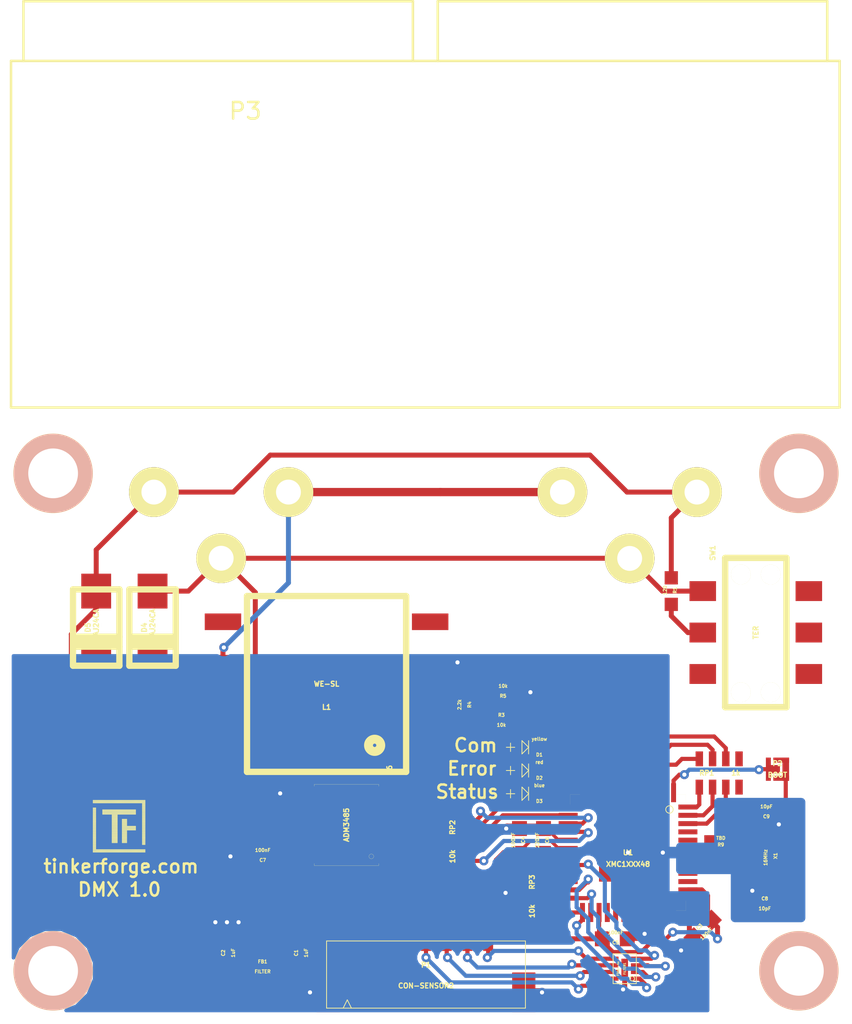
<source format=kicad_pcb>
(kicad_pcb (version 4) (host pcbnew 4.0.2+dfsg1-stable)
  (title_block (title "DMX Bricklet") (date 2017-02-17) (rev 1.0) (company "Tinkerforge GmbH") (comment 1 "Licensed under CERN OHL v.1.1") (comment 2 "Copyright (©) 2016, L.Lauer <lukas.lauer@fh-bielefeld.de>"))
  (layers (0 Vorderseite signal) (31 Rückseite signal) (34 B.Paste user) (35 F.Paste user) (36 B.SilkS user) (37 F.SilkS user) (38 B.Mask user) (39 F.Mask user) (44 Edge.Cuts user))
  (net 0 "")
  (net 1 GND)
  (net 2 VCC)
  (net 3 "Net-(C1-Pad2)")
  (net 4 "Net-(C8-Pad1)")
  (net 5 "Net-(D1-Pad2)")
  (net 6 "Net-(D2-Pad2)")
  (net 7 "Net-(D3-Pad2)")
  (net 8 S-MISO)
  (net 9 S-MOSI)
  (net 10 S-CLK)
  (net 11 S-CS)
  (net 12 "Net-(P2-Pad2)")
  (net 13 "Net-(RP1-Pad5)")
  (net 14 "Net-(RP1-Pad6)")
  (net 15 "Net-(RP1-Pad7)")
  (net 16 "Net-(R1-Pad1)")
  (net 17 "Net-(D4-Pad1)")
  (net 18 "Net-(D5-Pad1)")
  (net 19 485-DE)
  (net 20 "Net-(RP2-Pad5)")
  (net 21 "Net-(RP2-Pad6)")
  (net 22 "Net-(RP2-Pad7)")
  (net 23 "Net-(RP2-Pad8)")
  (net 24 "Net-(C9-Pad1)")
  (net 25 "Net-(R9-Pad1)")
  (net 26 "Net-(FILTER1-Pad5)")
  (net 27 "Net-(FILTER1-Pad6)")
  (net 28 "Net-(FILTER1-Pad7)")
  (net 29 "Net-(FILTER1-Pad8)")
  (net 30 "Net-(D4-Pad2)")
  (net 31 "Net-(L1-Pad1)")
  (net 32 "Net-(L1-Pad2)")
  (net 33 "Net-(P1-Pad1)")
  (net 34 "Net-(RP1-Pad1)")
  (net 35 "Net-(RP1-Pad8)")
  (net 36 485-RX)
  (net 37 485-~RE)
  (net 38 485-TX)
  (net 39 "Net-(RP3-Pad4)")
  (net 40 "Net-(SW1-Pad6)")
  (net 41 "Net-(SW1-Pad5)")
  (net 42 "Net-(SW1-Pad4)")
  (net 43 "Net-(SW1-Pad3)")
  (net 44 "Net-(U1-Pad2)")
  (net 45 "Net-(U1-Pad3)")
  (net 46 "Net-(U1-Pad4)")
  (net 47 "Net-(U1-Pad5)")
  (net 48 "Net-(U1-Pad6)")
  (net 49 "Net-(U1-Pad7)")
  (net 50 "Net-(U1-Pad8)")
  (net 51 "Net-(U1-Pad9)")
  (net 52 "Net-(U1-Pad10)")
  (net 53 "Net-(U1-Pad11)")
  (net 54 "Net-(U1-Pad12)")
  (net 55 "Net-(U1-Pad21)")
  (net 56 "Net-(U1-Pad22)")
  (net 57 "Net-(U1-Pad26)")
  (net 58 "Net-(U1-Pad28)")
  (net 59 "Net-(U1-Pad29)")
  (net 60 "Net-(U1-Pad30)")
  (net 61 "Net-(U1-Pad31)")
  (net 62 "Net-(U1-Pad32)")
  (net 63 "Net-(U1-Pad33)")
  (net 64 "Net-(U1-Pad34)")
  (net 65 "Net-(U1-Pad35)")
  (net 66 "Net-(U1-Pad36)")
  (net 67 "Net-(U1-Pad39)")
  (net 68 "Net-(U1-Pad40)")
  (net 69 "Net-(U1-Pad43)")
  (net 70 "Net-(U1-Pad44)")
  (net 71 "Net-(U1-Pad45)")
  (module DMX_IN_OUT_2x3POL (layer Vorderseite) (at 148.11 73.23 180)
    (fp_text reference P3 (at 10.9 6.55 180) (layer F.SilkS))
    (fp_text value DMXCON_2x3)
    (pad 5 thru_hole circle (at -16.35 -16.43 180) (size 3 3) (drill 1.5) (layers *.Cu *.Mask F.SilkS) (net 18 "Net-(D5-Pad1)"))
    (pad 6 thru_hole circle (at -12.29 -20.43 180) (size 3 3) (drill 1.5) (layers *.Cu *.Mask F.SilkS) (net 17 "Net-(D4-Pad1)"))
    (pad 4 thru_hole circle (at -8.23 -16.43 180) (size 3 3) (drill 1.5) (layers *.Cu *.Mask F.SilkS) (net 30 "Net-(D4-Pad2)"))
    (pad 3 thru_hole circle (at 12.36 -20.42 180) (size 3 3) (drill 1.5) (layers *.Cu *.Mask F.SilkS) (net 17 "Net-(D4-Pad1)"))
    (pad 1 thru_hole circle (at 8.3 -16.43 180) (size 3 3) (drill 1.5) (layers *.Cu *.Mask F.SilkS) (net 30 "Net-(D4-Pad2)"))
    (pad 2 thru_hole circle (at 16.42 -16.43 180) (size 3 3) (drill 1.5) (layers *.Cu *.Mask F.SilkS) (net 18 "Net-(D5-Pad1)"))
  )
  (module WE-SL (layer Vorderseite) (at 142.11 101.23 180)
    (fp_text reference L1 (at 0 -1.39954 180) (layer F.SilkS) (effects (font (size 0.29972 0.29972) (thickness 0.0762))))
    (fp_text value WE-SL (at 0 0 180) (layer F.SilkS) (effects (font (size 0.29972 0.29972) (thickness 0.0762))))
    (pad 1 smd rect (at -6.25094 -3.74904 180) (size 2.19964 1.00076) (layers Vorderseite F.Paste F.Mask) (net 31 "Net-(L1-Pad1)"))
    (pad 2 smd rect (at -6.25094 -1.24968 180) (size 2.19964 1.00076) (layers Vorderseite F.Paste F.Mask) (net 32 "Net-(L1-Pad2)"))
    (pad 3 smd rect (at -6.25094 1.24968 180) (size 2.19964 1.00076) (layers Vorderseite F.Paste F.Mask) (net 1 GND))
    (pad 4 smd rect (at -6.25094 3.74904 180) (size 2.19964 1.00076) (layers Vorderseite F.Paste F.Mask))
    (pad 5 smd rect (at 6.25094 3.74904 180) (size 2.19964 1.00076) (layers Vorderseite F.Paste F.Mask))
    (pad 6 smd rect (at 6.25094 1.24968 180) (size 2.19964 1.00076) (layers Vorderseite F.Paste F.Mask) (net 30 "Net-(D4-Pad2)"))
    (pad 7 smd rect (at 6.25094 -1.24968 180) (size 2.19964 1.00076) (layers Vorderseite F.Paste F.Mask) (net 17 "Net-(D4-Pad1)"))
    (pad 8 smd rect (at 6.25094 -3.74904 180) (size 2.19964 1.00076) (layers Vorderseite F.Paste F.Mask) (net 18 "Net-(D5-Pad1)"))
  )
  (module DRILL_NP (layer Vorderseite) (at 125.61 88.53 270)
    (fp_text reference U2 hide)
    (fp_text value DRILL hide)
    (pad "" np_thru_hole circle (at 0 0 270) (size 2.99974 2.99974) (drill 2.99974) (layers *.Cu *.Mask F.SilkS) (clearance 0.89916))
  )
  (module DRILL_NP (layer Vorderseite) (at 125.61 118.53 90)
    (fp_text reference U4 hide)
    (fp_text value DRILL hide)
    (pad "" np_thru_hole circle (at 0 0 90) (size 2.99974 2.99974) (drill 2.99974) (layers *.Cu *.Mask F.SilkS) (clearance 0.89916))
  )
  (module DRILL_NP (layer Vorderseite) (at 170.61 88.53)
    (fp_text reference U5 hide)
    (fp_text value DRILL hide)
    (pad "" np_thru_hole circle (at 0 0) (size 2.99974 2.99974) (drill 2.99974) (layers *.Cu *.Mask F.SilkS) (clearance 0.89916))
  )
  (module kicad-libraries:DFN8-17x135 (layer Vorderseite) (at 160.1 118.4 270)
    (fp_text reference FILTER1 (at 0 0 270) (layer F.SilkS) (effects (font (size 0.127 0.127) (thickness 0.03175))))
    (fp_text value Filter-4x (at 0 0.4 270) (layer F.SilkS) (effects (font (size 0.127 0.127) (thickness 0.03175))))
    (pad 1 smd rect (at 0.6 -0.675 270) (size 0.25 0.6) (layers Vorderseite F.Paste F.Mask) (net 11 S-CS))
    (pad 2 smd rect (at 0.2 -0.675 270) (size 0.25 0.6) (layers Vorderseite F.Paste F.Mask) (net 10 S-CLK))
    (pad 3 smd rect (at -0.2 -0.675 270) (size 0.25 0.6) (layers Vorderseite F.Paste F.Mask) (net 9 S-MOSI))
    (pad 4 smd rect (at -0.6 -0.675 270) (size 0.25 0.6) (layers Vorderseite F.Paste F.Mask) (net 8 S-MISO))
    (pad 5 smd rect (at -0.6 0.675 270) (size 0.25 0.6) (layers Vorderseite F.Paste F.Mask) (net 26 "Net-(FILTER1-Pad5)"))
    (pad 6 smd rect (at -0.2 0.675 270) (size 0.25 0.6) (layers Vorderseite F.Paste F.Mask) (net 27 "Net-(FILTER1-Pad6)"))
    (pad 7 smd rect (at 0.2 0.675 270) (size 0.25 0.6) (layers Vorderseite F.Paste F.Mask) (net 28 "Net-(FILTER1-Pad7)"))
    (pad 8 smd rect (at 0.6 0.675 270) (size 0.25 0.6) (layers Vorderseite F.Paste F.Mask) (net 29 "Net-(FILTER1-Pad8)"))
    (pad EXP smd rect (at 0 0 270) (size 1.2 0.4) (layers Vorderseite F.Paste F.Mask) (net 1 GND))
  )
  (module kicad-libraries:SolderJumper (layer Vorderseite) (at 169.317157 106.370711 180)
    (fp_text reference P2 (at 0 0.35 180) (layer F.SilkS) (effects (font (size 0.3 0.3) (thickness 0.0712))))
    (fp_text value BOOT (at 0 -0.35 180) (layer F.SilkS) (effects (font (size 0.3 0.3) (thickness 0.0712))))
    (pad 2 smd rect (at 0.55 0 180) (size 0.3 1.4) (layers Vorderseite F.Mask) (net 12 "Net-(P2-Pad2)"))
    (pad 2 smd rect (at 0.15 0 180) (size 0.6 0.5) (layers Vorderseite F.Mask) (net 12 "Net-(P2-Pad2)"))
    (pad 1 smd rect (at -0.5 0 180) (size 0.4 1.4) (layers Vorderseite F.Mask) (net 1 GND))
    (pad 1 smd rect (at -0.225 0.55 180) (size 0.95 0.3) (layers Vorderseite F.Mask) (net 1 GND))
    (pad 1 smd rect (at -0.225 -0.55 180) (size 0.95 0.3) (layers Vorderseite F.Mask) (net 1 GND))
  )
  (module kicad-libraries:0603X4 (layer Vorderseite) (at 165.8 106.6)
    (fp_text reference RP1 (at -0.75 0) (layer F.SilkS) (effects (font (size 0.29972 0.29972) (thickness 0.0762))))
    (fp_text value 1k (at 1.00076 0) (layer F.SilkS) (effects (font (size 0.29972 0.29972) (thickness 0.0762))))
    (pad 1 smd rect (at 1.19888 -0.8509) (size 0.44958 0.89916) (layers Vorderseite F.Paste F.Mask) (net 34 "Net-(RP1-Pad1)"))
    (pad 2 smd rect (at 0.39878 -0.8509) (size 0.44958 0.89916) (layers Vorderseite F.Paste F.Mask) (net 5 "Net-(D1-Pad2)"))
    (pad 3 smd rect (at -0.39878 -0.8509) (size 0.44958 0.89916) (layers Vorderseite F.Paste F.Mask) (net 6 "Net-(D2-Pad2)"))
    (pad 4 smd rect (at -1.19888 -0.8509) (size 0.44958 0.89916) (layers Vorderseite F.Paste F.Mask) (net 7 "Net-(D3-Pad2)"))
    (pad 5 smd rect (at -1.19888 0.8509) (size 0.44958 0.89916) (layers Vorderseite F.Paste F.Mask) (net 13 "Net-(RP1-Pad5)"))
    (pad 6 smd rect (at -0.39878 0.8509) (size 0.44958 0.89916) (layers Vorderseite F.Paste F.Mask) (net 14 "Net-(RP1-Pad6)"))
    (pad 7 smd rect (at 0.39878 0.8509) (size 0.44958 0.89916) (layers Vorderseite F.Paste F.Mask) (net 15 "Net-(RP1-Pad7)"))
    (pad 8 smd rect (at 1.19888 0.8509) (size 0.44958 0.89916) (layers Vorderseite F.Paste F.Mask) (net 35 "Net-(RP1-Pad8)"))
  )
  (module DRILL_NP (layer Vorderseite) (at 170.61 118.53 90)
    (fp_text reference U3 hide)
    (fp_text value DRILL hide)
    (pad "" np_thru_hole circle (at 0 0 90) (size 2.99974 2.99974) (drill 2.99974) (layers *.Cu *.Mask F.SilkS) (clearance 0.89916))
  )
  (module kicad-libraries:CRYSTAL_3225 (layer Vorderseite) (at 168.6 111.7 270)
    (fp_text reference X1 (at -0.1 -0.6 270) (layer F.SilkS) (effects (font (size 0.2 0.2) (thickness 0.05))))
    (fp_text value 16MHz (at 0 0 270) (layer F.SilkS) (effects (font (size 0.2 0.2) (thickness 0.05))))
    (pad 3 smd rect (at -1.09982 -0.8001 270) (size 1.39954 1.15062) (layers Vorderseite F.Paste F.Mask) (net 1 GND))
    (pad 2 smd rect (at 1.09982 -0.8001 270) (size 1.39954 1.15062) (layers Vorderseite F.Paste F.Mask) (net 4 "Net-(C8-Pad1)"))
    (pad 1 smd rect (at -1.09982 0.8001 270) (size 1.39954 1.15062) (layers Vorderseite F.Paste F.Mask) (net 24 "Net-(C9-Pad1)"))
    (pad 3 smd rect (at 1.09982 0.8001 270) (size 1.39954 1.15062) (layers Vorderseite F.Paste F.Mask) (net 1 GND))
  )
  (module 0402E (layer Vorderseite) (at 165.9 110.8)
    (fp_text reference R9 (at 0 0.125) (layer F.SilkS) (effects (font (size 0.2 0.2) (thickness 0.05))))
    (fp_text value TBD (at 0 -0.275) (layer F.SilkS) (effects (font (size 0.2 0.2) (thickness 0.05))))
    (pad 1 smd rect (at -0.65 0) (size 0.7 0.9) (layers Vorderseite F.Paste F.Mask) (net 25 "Net-(R9-Pad1)"))
    (pad 2 smd rect (at 0.65 0) (size 0.7 0.9) (layers Vorderseite F.Paste F.Mask) (net 24 "Net-(C9-Pad1)"))
  )
  (module kicad-libraries:QFN48-EP2 (layer Vorderseite) (at 160.3 111.4 180)
    (fp_text reference U1 (at 0 0 180) (layer F.SilkS) (effects (font (size 0.29972 0.29972) (thickness 0.0762))))
    (fp_text value XMC1XXX48 (at 0 -0.7 180) (layer F.SilkS) (effects (font (size 0.29972 0.29972) (thickness 0.0762))))
    (pad 1 smd rect (at -2.74828 3.61188) (size 0.29972 1.14808) (layers Vorderseite F.Paste F.Mask) (net 12 "Net-(P2-Pad2)"))
    (pad 2 smd rect (at -2.2479 3.61188) (size 0.29972 1.14808) (layers Vorderseite F.Paste F.Mask) (net 44 "Net-(U1-Pad2)"))
    (pad 3 smd rect (at -1.74752 3.61188) (size 0.29972 1.14808) (layers Vorderseite F.Paste F.Mask) (net 45 "Net-(U1-Pad3)"))
    (pad 4 smd rect (at -1.24968 3.61188) (size 0.29972 1.14808) (layers Vorderseite F.Paste F.Mask) (net 46 "Net-(U1-Pad4)"))
    (pad 5 smd rect (at -0.7493 3.61188) (size 0.29972 1.14808) (layers Vorderseite F.Paste F.Mask) (net 47 "Net-(U1-Pad5)"))
    (pad 6 smd rect (at -0.24892 3.61188) (size 0.29972 1.14808) (layers Vorderseite F.Paste F.Mask) (net 48 "Net-(U1-Pad6)"))
    (pad 7 smd rect (at 0.24892 3.61188) (size 0.29972 1.14808) (layers Vorderseite F.Paste F.Mask) (net 49 "Net-(U1-Pad7)"))
    (pad 8 smd rect (at 0.7493 3.61188) (size 0.29972 1.14808) (layers Vorderseite F.Paste F.Mask) (net 50 "Net-(U1-Pad8)"))
    (pad 9 smd rect (at 1.24968 3.61188) (size 0.29972 1.14808) (layers Vorderseite F.Paste F.Mask) (net 51 "Net-(U1-Pad9)"))
    (pad 10 smd rect (at 1.74752 3.61188) (size 0.29972 1.14808) (layers Vorderseite F.Paste F.Mask) (net 52 "Net-(U1-Pad10)"))
    (pad 11 smd rect (at 2.2479 3.61188) (size 0.29972 1.14808) (layers Vorderseite F.Paste F.Mask) (net 53 "Net-(U1-Pad11)"))
    (pad 12 smd rect (at 2.74828 3.61188) (size 0.29972 1.14808) (layers Vorderseite F.Paste F.Mask) (net 54 "Net-(U1-Pad12)"))
    (pad 13 smd rect (at 3.61188 2.74828 90) (size 0.29972 1.14808) (layers Vorderseite F.Paste F.Mask) (net 19 485-DE))
    (pad 14 smd rect (at 3.61188 2.2479 90) (size 0.29972 1.14808) (layers Vorderseite F.Paste F.Mask) (net 37 485-~RE))
    (pad 15 smd rect (at 3.61188 1.74752 90) (size 0.29972 1.14808) (layers Vorderseite F.Paste F.Mask) (net 38 485-TX))
    (pad 16 smd rect (at 3.61188 1.24968 90) (size 0.29972 1.14808) (layers Vorderseite F.Paste F.Mask) (net 36 485-RX))
    (pad 17 smd rect (at 3.61188 0.7493 90) (size 0.29972 1.14808) (layers Vorderseite F.Paste F.Mask) (net 1 GND))
    (pad 18 smd rect (at 3.61188 0.24892 90) (size 0.29972 1.14808) (layers Vorderseite F.Paste F.Mask) (net 2 VCC))
    (pad 19 smd rect (at 3.61188 -0.24892 90) (size 0.29972 1.14808) (layers Vorderseite F.Paste F.Mask) (net 2 VCC))
    (pad 20 smd rect (at 3.61188 -0.7493 90) (size 0.29972 1.14808) (layers Vorderseite F.Paste F.Mask) (net 8 S-MISO))
    (pad 21 smd rect (at 3.61188 -1.24968 90) (size 0.29972 1.14808) (layers Vorderseite F.Paste F.Mask) (net 55 "Net-(U1-Pad21)"))
    (pad 22 smd rect (at 3.61188 -1.74752 90) (size 0.29972 1.14808) (layers Vorderseite F.Paste F.Mask) (net 56 "Net-(U1-Pad22)"))
    (pad 23 smd rect (at 3.61188 -2.2479 90) (size 0.29972 1.14808) (layers Vorderseite F.Paste F.Mask) (net 10 S-CLK))
    (pad 24 smd rect (at 3.61188 -2.74828 90) (size 0.29972 1.14808) (layers Vorderseite F.Paste F.Mask) (net 9 S-MOSI))
    (pad 25 smd rect (at 2.74828 -3.61188 180) (size 0.29972 1.14808) (layers Vorderseite F.Paste F.Mask) (net 11 S-CS))
    (pad 26 smd rect (at 2.2479 -3.61188 180) (size 0.29972 1.14808) (layers Vorderseite F.Paste F.Mask) (net 57 "Net-(U1-Pad26)"))
    (pad 27 smd rect (at 1.74752 -3.61188 180) (size 0.29972 1.14808) (layers Vorderseite F.Paste F.Mask) (net 2 VCC))
    (pad 28 smd rect (at 1.24968 -3.61188 180) (size 0.29972 1.14808) (layers Vorderseite F.Paste F.Mask) (net 58 "Net-(U1-Pad28)"))
    (pad 29 smd rect (at 0.7493 -3.61188 180) (size 0.29972 1.14808) (layers Vorderseite F.Paste F.Mask) (net 59 "Net-(U1-Pad29)"))
    (pad 30 smd rect (at 0.24892 -3.61188 180) (size 0.29972 1.14808) (layers Vorderseite F.Paste F.Mask) (net 60 "Net-(U1-Pad30)"))
    (pad 31 smd rect (at -0.24892 -3.61188 180) (size 0.29972 1.14808) (layers Vorderseite F.Paste F.Mask) (net 61 "Net-(U1-Pad31)"))
    (pad 32 smd rect (at -0.7493 -3.61188 180) (size 0.29972 1.14808) (layers Vorderseite F.Paste F.Mask) (net 62 "Net-(U1-Pad32)"))
    (pad 33 smd rect (at -1.24968 -3.61188 180) (size 0.29972 1.14808) (layers Vorderseite F.Paste F.Mask) (net 63 "Net-(U1-Pad33)"))
    (pad 34 smd rect (at -1.74752 -3.61188 180) (size 0.29972 1.14808) (layers Vorderseite F.Paste F.Mask) (net 64 "Net-(U1-Pad34)"))
    (pad 35 smd rect (at -2.2479 -3.61188 180) (size 0.29972 1.14808) (layers Vorderseite F.Paste F.Mask) (net 65 "Net-(U1-Pad35)"))
    (pad 36 smd rect (at -2.74828 -3.61188 180) (size 0.29972 1.14808) (layers Vorderseite F.Paste F.Mask) (net 66 "Net-(U1-Pad36)"))
    (pad 37 smd rect (at -3.60934 -2.74828 270) (size 0.29972 1.15062) (layers Vorderseite F.Paste F.Mask) (net 1 GND))
    (pad 38 smd rect (at -3.61188 -2.2479 270) (size 0.29972 1.14808) (layers Vorderseite F.Paste F.Mask) (net 2 VCC))
    (pad 39 smd rect (at -3.61188 -1.74752 270) (size 0.29972 1.14808) (layers Vorderseite F.Paste F.Mask) (net 67 "Net-(U1-Pad39)"))
    (pad 40 smd rect (at -3.61188 -1.24968 270) (size 0.29972 1.14808) (layers Vorderseite F.Paste F.Mask) (net 68 "Net-(U1-Pad40)"))
    (pad 41 smd rect (at -3.61188 -0.7493 270) (size 0.29972 1.14808) (layers Vorderseite F.Paste F.Mask) (net 4 "Net-(C8-Pad1)"))
    (pad 42 smd rect (at -3.61188 -0.24892 270) (size 0.29972 1.14808) (layers Vorderseite F.Paste F.Mask) (net 25 "Net-(R9-Pad1)"))
    (pad 43 smd rect (at -3.61188 0.24892 270) (size 0.29972 1.14808) (layers Vorderseite F.Paste F.Mask) (net 69 "Net-(U1-Pad43)"))
    (pad 44 smd rect (at -3.61188 0.7493 270) (size 0.29972 1.14808) (layers Vorderseite F.Paste F.Mask) (net 70 "Net-(U1-Pad44)"))
    (pad 45 smd rect (at -3.61188 1.24968 270) (size 0.29972 1.14808) (layers Vorderseite F.Paste F.Mask) (net 71 "Net-(U1-Pad45)"))
    (pad 46 smd rect (at -3.61188 1.74752 270) (size 0.29972 1.14808) (layers Vorderseite F.Paste F.Mask) (net 15 "Net-(RP1-Pad7)"))
    (pad 47 smd rect (at -3.61188 2.2479 270) (size 0.29972 1.14808) (layers Vorderseite F.Paste F.Mask) (net 14 "Net-(RP1-Pad6)"))
    (pad 48 smd rect (at -3.61188 2.74828 270) (size 0.29972 1.14808) (layers Vorderseite F.Paste F.Mask) (net 13 "Net-(RP1-Pad5)"))
    (pad EP smd rect (at 0 0 180) (size 3.5 3.5) (layers Vorderseite F.Paste F.Mask) (net 1 GND))
  )
  (module 0603F (layer Vorderseite) (at 140.5 117.4 270)
    (fp_text reference C1 (at 0.05 0.225 270) (layer F.SilkS) (effects (font (size 0.2 0.2) (thickness 0.05))))
    (fp_text value 1uF (at 0.05 -0.375 270) (layer F.SilkS) (effects (font (size 0.2 0.2) (thickness 0.05))))
    (pad 1 smd rect (at -0.75 0 270) (size 0.9 0.9) (layers Vorderseite F.Paste F.Mask) (net 1 GND))
    (pad 2 smd rect (at 0.75 0 270) (size 0.9 0.9) (layers Vorderseite F.Paste F.Mask) (net 3 "Net-(C1-Pad2)"))
  )
  (module 0603F (layer Vorderseite) (at 136.1 117.4 270)
    (fp_text reference C2 (at 0.05 0.225 270) (layer F.SilkS) (effects (font (size 0.2 0.2) (thickness 0.05))))
    (fp_text value 1uF (at 0.05 -0.375 270) (layer F.SilkS) (effects (font (size 0.2 0.2) (thickness 0.05))))
    (pad 1 smd rect (at -0.75 0 270) (size 0.9 0.9) (layers Vorderseite F.Paste F.Mask) (net 1 GND))
    (pad 2 smd rect (at 0.75 0 270) (size 0.9 0.9) (layers Vorderseite F.Paste F.Mask) (net 2 VCC))
  )
  (module 0603F (layer Vorderseite) (at 164.8 116 225)
    (fp_text reference C3 (at 0.05 0.225 225) (layer F.SilkS) (effects (font (size 0.2 0.2) (thickness 0.05))))
    (fp_text value 100nF (at 0.05 -0.375 225) (layer F.SilkS) (effects (font (size 0.2 0.2) (thickness 0.05))))
    (pad 1 smd rect (at -0.75 0 225) (size 0.9 0.9) (layers Vorderseite F.Paste F.Mask) (net 2 VCC))
    (pad 2 smd rect (at 0.75 0 225) (size 0.9 0.9) (layers Vorderseite F.Paste F.Mask) (net 1 GND))
  )
  (module 0603F (layer Vorderseite) (at 159.5 116.6)
    (fp_text reference C5 (at 0.05 0.225) (layer F.SilkS) (effects (font (size 0.2 0.2) (thickness 0.05))))
    (fp_text value 100nF (at 0.05 -0.375) (layer F.SilkS) (effects (font (size 0.2 0.2) (thickness 0.05))))
    (pad 1 smd rect (at -0.75 0) (size 0.9 0.9) (layers Vorderseite F.Paste F.Mask) (net 2 VCC))
    (pad 2 smd rect (at 0.75 0) (size 0.9 0.9) (layers Vorderseite F.Paste F.Mask) (net 1 GND))
  )
  (module 0603F (layer Vorderseite) (at 168.6 114.4 180)
    (fp_text reference C8 (at 0.05 0.225 180) (layer F.SilkS) (effects (font (size 0.2 0.2) (thickness 0.05))))
    (fp_text value 10pF (at 0.05 -0.375 180) (layer F.SilkS) (effects (font (size 0.2 0.2) (thickness 0.05))))
    (pad 1 smd rect (at -0.75 0 180) (size 0.9 0.9) (layers Vorderseite F.Paste F.Mask) (net 4 "Net-(C8-Pad1)"))
    (pad 2 smd rect (at 0.75 0 180) (size 0.9 0.9) (layers Vorderseite F.Paste F.Mask) (net 1 GND))
  )
  (module 0603F (layer Vorderseite) (at 168.6 109)
    (fp_text reference C9 (at 0.05 0.225) (layer F.SilkS) (effects (font (size 0.2 0.2) (thickness 0.05))))
    (fp_text value 10pF (at 0.05 -0.375) (layer F.SilkS) (effects (font (size 0.2 0.2) (thickness 0.05))))
    (pad 1 smd rect (at -0.75 0) (size 0.9 0.9) (layers Vorderseite F.Paste F.Mask) (net 24 "Net-(C9-Pad1)"))
    (pad 2 smd rect (at 0.75 0) (size 0.9 0.9) (layers Vorderseite F.Paste F.Mask) (net 1 GND))
  )
  (module 0603F (layer Vorderseite) (at 138.3 118.2 180)
    (fp_text reference FB1 (at 0.05 0.225 180) (layer F.SilkS) (effects (font (size 0.2 0.2) (thickness 0.05))))
    (fp_text value FILTER (at 0.05 -0.375 180) (layer F.SilkS) (effects (font (size 0.2 0.2) (thickness 0.05))))
    (pad 1 smd rect (at -0.75 0 180) (size 0.9 0.9) (layers Vorderseite F.Paste F.Mask) (net 3 "Net-(C1-Pad2)"))
    (pad 2 smd rect (at 0.75 0 180) (size 0.9 0.9) (layers Vorderseite F.Paste F.Mask) (net 2 VCC))
  )
  (module CON-SENSOR2 (layer Vorderseite) (at 148.11 121.03)
    (fp_text reference P1 (at 0 -2.85) (layer F.SilkS) (effects (font (size 0.3 0.3) (thickness 0.075))))
    (fp_text value CON-SENSOR2 (at 0 -1.6002) (layer F.SilkS) (effects (font (size 0.29972 0.29972) (thickness 0.07112))))
    (pad 1 smd rect (at -3.75 -4.6) (size 0.6 1.8) (layers Vorderseite F.Paste F.Mask) (net 33 "Net-(P1-Pad1)"))
    (pad 2 smd rect (at -2.5 -4.6) (size 0.6 1.8) (layers Vorderseite F.Paste F.Mask) (net 1 GND))
    (pad EP smd rect (at -5.9 -1.2) (size 1.4 2.4) (layers Vorderseite F.Paste F.Mask) (net 1 GND))
    (pad EP smd rect (at 5.9 -1.2) (size 1.4 2.4) (layers Vorderseite F.Paste F.Mask) (net 1 GND))
    (pad 3 smd rect (at -1.25 -4.6) (size 0.6 1.8) (layers Vorderseite F.Paste F.Mask) (net 3 "Net-(C1-Pad2)"))
    (pad 4 smd rect (at 0 -4.6) (size 0.6 1.8) (layers Vorderseite F.Paste F.Mask) (net 29 "Net-(FILTER1-Pad8)"))
    (pad 5 smd rect (at 1.25 -4.6) (size 0.6 1.8) (layers Vorderseite F.Paste F.Mask) (net 28 "Net-(FILTER1-Pad7)"))
    (pad 6 smd rect (at 2.5 -4.6) (size 0.6 1.8) (layers Vorderseite F.Paste F.Mask) (net 27 "Net-(FILTER1-Pad6)"))
    (pad 7 smd rect (at 3.75 -4.6) (size 0.6 1.8) (layers Vorderseite F.Paste F.Mask) (net 26 "Net-(FILTER1-Pad5)"))
  )
  (module 0603 (layer Vorderseite) (at 162.91 95.63 90)
    (fp_text reference R1 (at 0.05 0.225 90) (layer F.SilkS) (effects (font (size 0.2 0.2) (thickness 0.05))))
    (fp_text value 120 (at 0.05 -0.375 90) (layer F.SilkS) (effects (font (size 0.2 0.2) (thickness 0.05))))
    (pad 1 smd rect (at -0.8001 0 90) (size 0.8001 0.8001) (layers Vorderseite F.Paste F.Mask) (net 16 "Net-(R1-Pad1)"))
    (pad 2 smd rect (at 0.8001 0 90) (size 0.8001 0.8001) (layers Vorderseite F.Paste F.Mask) (net 18 "Net-(D5-Pad1)"))
  )
  (module kicad-libraries:SLIDE_SWITCH (layer Vorderseite) (at 168.01 98.13 270)
    (fp_text reference SW1 (at -4.79806 2.60096 270) (layer F.SilkS) (effects (font (size 0.29972 0.29972) (thickness 0.0762))))
    (fp_text value TER (at 0 0 270) (layer F.SilkS) (effects (font (size 0.29972 0.29972) (thickness 0.0762))))
    (pad 6 smd rect (at -2.49936 -3.2004 270) (size 1.19888 1.6002) (layers Vorderseite F.Paste F.Mask) (net 40 "Net-(SW1-Pad6)"))
    (pad 5 smd rect (at 0 -3.2004 270) (size 1.19888 1.6002) (layers Vorderseite F.Paste F.Mask) (net 41 "Net-(SW1-Pad5)"))
    (pad 4 smd rect (at 2.49936 -3.2004 270) (size 1.19888 1.6002) (layers Vorderseite F.Paste F.Mask) (net 42 "Net-(SW1-Pad4)"))
    (pad 3 smd rect (at 2.49936 3.2004 270) (size 1.19888 1.6002) (layers Vorderseite F.Paste F.Mask) (net 43 "Net-(SW1-Pad3)"))
    (pad 2 smd rect (at 0 3.2004 270) (size 1.19888 1.6002) (layers Vorderseite F.Paste F.Mask) (net 16 "Net-(R1-Pad1)"))
    (pad 1 smd rect (at -2.49936 3.2004 270) (size 1.19888 1.6002) (layers Vorderseite F.Paste F.Mask) (net 17 "Net-(D4-Pad1)"))
    (pad "" np_thru_hole circle (at -3.5 -0.9 270) (size 1.2 1.2) (drill 1.2) (layers *.Cu *.Mask F.SilkS))
    (pad "" np_thru_hole circle (at -3.5 0.9 270) (size 1.2 1.2) (drill 1.2) (layers *.Cu *.Mask F.SilkS))
    (pad "" np_thru_hole circle (at 3.6 -0.9 270) (size 1.2 1.2) (drill 1.2) (layers *.Cu *.Mask F.SilkS))
    (pad "" np_thru_hole circle (at 3.6 0.9 270) (size 1.2 1.2) (drill 1.2) (layers *.Cu *.Mask F.SilkS))
  )
  (module 0603F (layer Vorderseite) (at 153.75 110.7 90)
    (fp_text reference C4 (at 0.05 0.225 90) (layer F.SilkS) (effects (font (size 0.2 0.2) (thickness 0.05))))
    (fp_text value 100nF (at 0.05 -0.375 90) (layer F.SilkS) (effects (font (size 0.2 0.2) (thickness 0.05))))
    (pad 1 smd rect (at -0.75 0 90) (size 0.9 0.9) (layers Vorderseite F.Paste F.Mask) (net 2 VCC))
    (pad 2 smd rect (at 0.75 0 90) (size 0.9 0.9) (layers Vorderseite F.Paste F.Mask) (net 1 GND))
  )
  (module 0603F (layer Vorderseite) (at 155.2 110.7 90)
    (fp_text reference C6 (at 0.05 0.225 90) (layer F.SilkS) (effects (font (size 0.2 0.2) (thickness 0.05))))
    (fp_text value 220nF (at 0.05 -0.375 90) (layer F.SilkS) (effects (font (size 0.2 0.2) (thickness 0.05))))
    (pad 1 smd rect (at -0.75 0 90) (size 0.9 0.9) (layers Vorderseite F.Paste F.Mask) (net 2 VCC))
    (pad 2 smd rect (at 0.75 0 90) (size 0.9 0.9) (layers Vorderseite F.Paste F.Mask) (net 1 GND))
  )
  (module 0603E (layer Vorderseite) (at 138.21 111.63)
    (fp_text reference C7 (at 0.05 0.225) (layer F.SilkS) (effects (font (size 0.2 0.2) (thickness 0.05))))
    (fp_text value 100nF (at 0.05 -0.375) (layer F.SilkS) (effects (font (size 0.2 0.2) (thickness 0.05))))
    (pad 1 smd rect (at -0.8501 0) (size 1.1 1) (layers Vorderseite F.Paste F.Mask) (net 1 GND))
    (pad 2 smd rect (at 0.8501 0) (size 1.1 1) (layers Vorderseite F.Paste F.Mask) (net 2 VCC))
  )
  (module D0603E (layer Vorderseite) (at 154.1 105.05)
    (fp_text reference D1 (at 0.85 0.45) (layer F.SilkS) (effects (font (size 0.2 0.2) (thickness 0.05))))
    (fp_text value yellow (at 0.85 -0.5) (layer F.SilkS) (effects (font (size 0.2 0.2) (thickness 0.05))))
    (pad 1 smd rect (at -0.8501 0) (size 1.1 1) (layers Vorderseite F.Paste F.Mask) (net 2 VCC))
    (pad 2 smd rect (at 0.8501 0) (size 1.1 1) (layers Vorderseite F.Paste F.Mask) (net 5 "Net-(D1-Pad2)"))
  )
  (module D0603E (layer Vorderseite) (at 154.1 106.45)
    (fp_text reference D2 (at 0.85 0.45) (layer F.SilkS) (effects (font (size 0.2 0.2) (thickness 0.05))))
    (fp_text value red (at 0.85 -0.5) (layer F.SilkS) (effects (font (size 0.2 0.2) (thickness 0.05))))
    (pad 1 smd rect (at -0.8501 0) (size 1.1 1) (layers Vorderseite F.Paste F.Mask) (net 2 VCC))
    (pad 2 smd rect (at 0.8501 0) (size 1.1 1) (layers Vorderseite F.Paste F.Mask) (net 6 "Net-(D2-Pad2)"))
  )
  (module D0603E (layer Vorderseite) (at 154.1 107.85)
    (fp_text reference D3 (at 0.85 0.45) (layer F.SilkS) (effects (font (size 0.2 0.2) (thickness 0.05))))
    (fp_text value blue (at 0.85 -0.5) (layer F.SilkS) (effects (font (size 0.2 0.2) (thickness 0.05))))
    (pad 1 smd rect (at -0.8501 0) (size 1.1 1) (layers Vorderseite F.Paste F.Mask) (net 2 VCC))
    (pad 2 smd rect (at 0.8501 0) (size 1.1 1) (layers Vorderseite F.Paste F.Mask) (net 7 "Net-(D3-Pad2)"))
  )
  (module DO-214AC (layer Vorderseite) (at 131.61 97.83 270)
    (fp_text reference D4 (at 0 0.50038 270) (layer F.SilkS) (effects (font (size 0.29972 0.29972) (thickness 0.0762))))
    (fp_text value SMAJ24CA (at 0 0 270) (layer F.SilkS) (effects (font (size 0.29972 0.29972) (thickness 0.0762))))
    (pad 1 smd rect (at -2.19964 0 270) (size 2.10058 1.80086) (layers Vorderseite F.Paste F.Mask) (net 17 "Net-(D4-Pad1)"))
    (pad 2 smd rect (at 2.19964 0 270) (size 2.10058 1.80086) (layers Vorderseite F.Paste F.Mask) (net 30 "Net-(D4-Pad2)"))
  )
  (module DO-214AC (layer Vorderseite) (at 128.21 97.83 270)
    (fp_text reference D5 (at 0 0.50038 270) (layer F.SilkS) (effects (font (size 0.29972 0.29972) (thickness 0.0762))))
    (fp_text value SMAJ24CA (at 0 0 270) (layer F.SilkS) (effects (font (size 0.29972 0.29972) (thickness 0.0762))))
    (pad 1 smd rect (at -2.19964 0 270) (size 2.10058 1.80086) (layers Vorderseite F.Paste F.Mask) (net 18 "Net-(D5-Pad1)"))
    (pad 2 smd rect (at 2.19964 0 270) (size 2.10058 1.80086) (layers Vorderseite F.Paste F.Mask) (net 30 "Net-(D4-Pad2)"))
  )
  (module 0603F (layer Vorderseite) (at 152.71 103.33 180)
    (fp_text reference R3 (at 0.05 0.225 180) (layer F.SilkS) (effects (font (size 0.2 0.2) (thickness 0.05))))
    (fp_text value 10k (at 0.05 -0.375 180) (layer F.SilkS) (effects (font (size 0.2 0.2) (thickness 0.05))))
    (pad 1 smd rect (at -0.75 0 180) (size 0.9 0.9) (layers Vorderseite F.Paste F.Mask) (net 2 VCC))
    (pad 2 smd rect (at 0.75 0 180) (size 0.9 0.9) (layers Vorderseite F.Paste F.Mask) (net 31 "Net-(L1-Pad1)"))
  )
  (module 0603F (layer Vorderseite) (at 150.51 102.53 90)
    (fp_text reference R4 (at 0.05 0.225 90) (layer F.SilkS) (effects (font (size 0.2 0.2) (thickness 0.05))))
    (fp_text value 2.2k (at 0.05 -0.375 90) (layer F.SilkS) (effects (font (size 0.2 0.2) (thickness 0.05))))
    (pad 1 smd rect (at -0.75 0 90) (size 0.9 0.9) (layers Vorderseite F.Paste F.Mask) (net 31 "Net-(L1-Pad1)"))
    (pad 2 smd rect (at 0.75 0 90) (size 0.9 0.9) (layers Vorderseite F.Paste F.Mask) (net 32 "Net-(L1-Pad2)"))
  )
  (module 0603F (layer Vorderseite) (at 152.71 101.73)
    (fp_text reference R5 (at 0.05 0.225) (layer F.SilkS) (effects (font (size 0.2 0.2) (thickness 0.05))))
    (fp_text value 10k (at 0.05 -0.375) (layer F.SilkS) (effects (font (size 0.2 0.2) (thickness 0.05))))
    (pad 1 smd rect (at -0.75 0) (size 0.9 0.9) (layers Vorderseite F.Paste F.Mask) (net 32 "Net-(L1-Pad2)"))
    (pad 2 smd rect (at 0.75 0) (size 0.9 0.9) (layers Vorderseite F.Paste F.Mask) (net 1 GND))
  )
  (module kicad-libraries:0603X4 (layer Vorderseite) (at 149.71 110.63 270)
    (fp_text reference RP2 (at -0.75 0 270) (layer F.SilkS) (effects (font (size 0.29972 0.29972) (thickness 0.0762))))
    (fp_text value 10k (at 1.00076 0 270) (layer F.SilkS) (effects (font (size 0.29972 0.29972) (thickness 0.0762))))
    (pad 1 smd rect (at 1.19888 -0.8509 270) (size 0.44958 0.89916) (layers Vorderseite F.Paste F.Mask) (net 36 485-RX))
    (pad 2 smd rect (at 0.39878 -0.8509 270) (size 0.44958 0.89916) (layers Vorderseite F.Paste F.Mask) (net 37 485-~RE))
    (pad 3 smd rect (at -0.39878 -0.8509 270) (size 0.44958 0.89916) (layers Vorderseite F.Paste F.Mask) (net 19 485-DE))
    (pad 4 smd rect (at -1.19888 -0.8509 270) (size 0.44958 0.89916) (layers Vorderseite F.Paste F.Mask) (net 38 485-TX))
    (pad 5 smd rect (at -1.19888 0.8509 270) (size 0.44958 0.89916) (layers Vorderseite F.Paste F.Mask) (net 20 "Net-(RP2-Pad5)"))
    (pad 6 smd rect (at -0.39878 0.8509 270) (size 0.44958 0.89916) (layers Vorderseite F.Paste F.Mask) (net 21 "Net-(RP2-Pad6)"))
    (pad 7 smd rect (at 0.39878 0.8509 270) (size 0.44958 0.89916) (layers Vorderseite F.Paste F.Mask) (net 22 "Net-(RP2-Pad7)"))
    (pad 8 smd rect (at 1.19888 0.8509 270) (size 0.44958 0.89916) (layers Vorderseite F.Paste F.Mask) (net 23 "Net-(RP2-Pad8)"))
  )
  (module kicad-libraries:0603X4 (layer Vorderseite) (at 154.51 113.93 270)
    (fp_text reference RP3 (at -0.75 0 270) (layer F.SilkS) (effects (font (size 0.29972 0.29972) (thickness 0.0762))))
    (fp_text value 10k (at 1.00076 0 270) (layer F.SilkS) (effects (font (size 0.29972 0.29972) (thickness 0.0762))))
    (pad 1 smd rect (at 1.19888 -0.8509 270) (size 0.44958 0.89916) (layers Vorderseite F.Paste F.Mask) (net 11 S-CS))
    (pad 2 smd rect (at 0.39878 -0.8509 270) (size 0.44958 0.89916) (layers Vorderseite F.Paste F.Mask) (net 9 S-MOSI))
    (pad 3 smd rect (at -0.39878 -0.8509 270) (size 0.44958 0.89916) (layers Vorderseite F.Paste F.Mask) (net 10 S-CLK))
    (pad 4 smd rect (at -1.19888 -0.8509 270) (size 0.44958 0.89916) (layers Vorderseite F.Paste F.Mask) (net 39 "Net-(RP3-Pad4)"))
    (pad 5 smd rect (at -1.19888 0.8509 270) (size 0.44958 0.89916) (layers Vorderseite F.Paste F.Mask) (net 1 GND))
    (pad 6 smd rect (at -0.39878 0.8509 270) (size 0.44958 0.89916) (layers Vorderseite F.Paste F.Mask) (net 1 GND))
    (pad 7 smd rect (at 0.39878 0.8509 270) (size 0.44958 0.89916) (layers Vorderseite F.Paste F.Mask) (net 1 GND))
    (pad 8 smd rect (at 1.19888 0.8509 270) (size 0.44958 0.89916) (layers Vorderseite F.Paste F.Mask) (net 1 GND))
  )
  (module SOIC8 (layer Vorderseite) (at 143.31 109.73 90)
    (fp_text reference U6 (at 3.29946 2.60096 90) (layer F.SilkS) (effects (font (size 0.29972 0.29972) (thickness 0.0762))))
    (fp_text value ADM3485 (at 0 0 90) (layer F.SilkS) (effects (font (size 0.29972 0.29972) (thickness 0.0762))))
    (pad 1 smd rect (at -1.90246 2.69748 270) (size 0.59944 1.5494) (layers Vorderseite F.Paste F.Mask) (net 23 "Net-(RP2-Pad8)"))
    (pad 2 smd rect (at -0.63246 2.69748 270) (size 0.59944 1.5494) (layers Vorderseite F.Paste F.Mask) (net 22 "Net-(RP2-Pad7)"))
    (pad 3 smd rect (at 0.63246 2.69748 270) (size 0.59944 1.5494) (layers Vorderseite F.Paste F.Mask) (net 21 "Net-(RP2-Pad6)"))
    (pad 4 smd rect (at 1.90246 2.69748 270) (size 0.59944 1.5494) (layers Vorderseite F.Paste F.Mask) (net 20 "Net-(RP2-Pad5)"))
    (pad 5 smd rect (at 1.90246 -2.69748 90) (size 0.59944 1.5494) (layers Vorderseite F.Paste F.Mask) (net 1 GND))
    (pad 6 smd rect (at 0.63246 -2.69748 90) (size 0.59944 1.5494) (layers Vorderseite F.Paste F.Mask) (net 32 "Net-(L1-Pad2)"))
    (pad 7 smd rect (at -0.63246 -2.69748 90) (size 0.59944 1.5494) (layers Vorderseite F.Paste F.Mask) (net 31 "Net-(L1-Pad1)"))
    (pad 8 smd rect (at -1.90246 -2.69748 90) (size 0.59944 1.5494) (layers Vorderseite F.Paste F.Mask) (net 2 VCC))
  )
  (module kicad-libraries:Logo_31x31 (layer Vorderseite) (at 128.01 108.23)
    (fp_text reference G*** hide)
    (fp_text value Logo_31x31 hide)
  )
  (gr_text Com (at 149.71 104.93) (layer F.SilkS) (effects (font (size 0.8 0.8)) (justify left)))
  (gr_text Error (at 149.31 106.33) (layer F.SilkS) (effects (font (size 0.8 0.8)) (justify left)))
  (gr_text Status (at 148.61 107.73) (layer F.SilkS) (effects (font (size 0.8 0.8)) (justify left)))
  (gr_text tinkerforge.com (at 129.71 112.23) (layer F.SilkS) (effects (font (size 0.8001 0.8001) (thickness 0.14986))))
  (gr_text "DMX 1.0" (at 129.61 113.63) (layer F.SilkS) (effects (font (size 0.8001 0.8001) (thickness 0.14986))))
  (segment (start 148.36094 99.98032) (end 149.95968 99.98032) (width 0.5) (layer Vorderseite) (net 1))
  (via (at 150.01 99.93) (size 0.55) (drill 0.25) (layers Vorderseite Rückseite) (net 1))
  (segment (start 149.95968 99.98032) (end 150.01 99.93) (width 0.5) (layer Vorderseite) (net 1))
  (segment (start 153.46 101.73) (end 154.41 101.73) (width 0.5) (layer Vorderseite) (net 1))
  (via (at 154.41 101.73) (size 0.55) (drill 0.25) (layers Vorderseite Rückseite) (net 1))
  (segment (start 140.61252 107.82754) (end 139.31246 107.82754) (width 0.5) (layer Vorderseite) (net 1))
  (via (at 139.31 107.83) (size 0.55) (drill 0.25) (layers Vorderseite Rückseite) (net 1))
  (segment (start 139.31246 107.82754) (end 139.31 107.83) (width 0.5) (layer Vorderseite) (net 1))
  (segment (start 137.3599 111.63) (end 136.31 111.63) (width 0.5) (layer Vorderseite) (net 1))
  (via (at 136.31 111.63) (size 0.55) (drill 0.25) (layers Vorderseite Rückseite) (net 1))
  (segment (start 142.21 119.83) (end 141.11 119.83) (width 0.5) (layer Vorderseite) (net 1))
  (via (at 141.11 119.83) (size 0.55) (drill 0.25) (layers Vorderseite Rückseite) (net 1))
  (segment (start 154.01 119.83) (end 155.11 119.83) (width 0.5) (layer Vorderseite) (net 1))
  (via (at 155.11 119.83) (size 0.55) (drill 0.25) (layers Vorderseite Rückseite) (net 1))
  (segment (start 136.8 115.8) (end 136.8 115.6) (width 0.7) (layer Vorderseite) (net 1))
  (via (at 136.8 115.6) (size 0.55) (drill 0.25) (layers Vorderseite Rückseite) (net 1))
  (segment (start 136.1 116.5) (end 136.8 115.8) (width 0.7) (layer Vorderseite) (net 1))
  (via (at 152.91 113.83) (size 0.55) (drill 0.25) (layers Vorderseite Rückseite) (net 1))
  (segment (start 153.6591 113.53122) (end 153.20878 113.53122) (width 0.29972) (layer Vorderseite) (net 1))
  (segment (start 153.20878 113.53122) (end 152.91 113.83) (width 0.29972) (layer Vorderseite) (net 1))
  (segment (start 153.6591 114.32878) (end 153.40878 114.32878) (width 0.29972) (layer Vorderseite) (net 1))
  (segment (start 153.40878 114.32878) (end 152.91 113.83) (width 0.29972) (layer Vorderseite) (net 1))
  (segment (start 153.6591 115.12888) (end 153.10888 115.12888) (width 0.29972) (layer Vorderseite) (net 1))
  (segment (start 153.10888 112.73112) (end 153.6591 112.73112) (width 0.29972) (layer Vorderseite) (net 1))
  (segment (start 152.91 112.93) (end 153.10888 112.73112) (width 0.29972) (layer Vorderseite) (net 1))
  (segment (start 152.91 114.93) (end 152.91 113.83) (width 0.29972) (layer Vorderseite) (net 1))
  (segment (start 152.91 113.83) (end 152.91 112.93) (width 0.29972) (layer Vorderseite) (net 1))
  (segment (start 153.10888 115.12888) (end 152.91 114.93) (width 0.29972) (layer Vorderseite) (net 1))
  (segment (start 140.5 116.65) (end 142.63 116.65) (width 0.5) (layer Vorderseite) (net 1))
  (segment (start 145.61 117.93) (end 145.61 116.43) (width 0.5) (layer Vorderseite) (net 1))
  (segment (start 145.41 118.13) (end 145.61 117.93) (width 0.5) (layer Vorderseite) (net 1))
  (segment (start 144.11 118.13) (end 145.41 118.13) (width 0.5) (layer Vorderseite) (net 1))
  (segment (start 142.63 116.65) (end 144.11 118.13) (width 0.5) (layer Vorderseite) (net 1))
  (segment (start 153.8 109.9) (end 153 109.9) (width 0.5) (layer Vorderseite) (net 1))
  (via (at 152.95 109.95) (size 0.55) (drill 0.25) (layers Vorderseite Rückseite) (net 1))
  (segment (start 153 109.9) (end 152.95 109.95) (width 0.5) (layer Vorderseite) (net 1))
  (segment (start 155.1 109.9) (end 153.8 109.9) (width 0.5) (layer Vorderseite) (net 1))
  (segment (start 156.68812 110.6507) (end 156.1007 110.6507) (width 0.2) (layer Vorderseite) (net 1))
  (segment (start 156.1007 110.6507) (end 155.35 109.9) (width 0.2) (layer Vorderseite) (net 1))
  (segment (start 155.35 109.9) (end 155.1 109.9) (width 0.2) (layer Vorderseite) (net 1))
  (via (at 160 119.65) (size 0.55) (drill 0.25) (layers Vorderseite Rückseite) (net 1))
  (segment (start 160.1 119.55) (end 160 119.65) (width 0.25) (layer Vorderseite) (net 1))
  (segment (start 160.1 118.4) (end 160.1 119.55) (width 0.29972) (layer Vorderseite) (net 1))
  (segment (start 160.3501 116.6) (end 161 116.6) (width 0.25) (layer Vorderseite) (net 1))
  (via (at 161.3 116.3) (size 0.55) (drill 0.25) (layers Vorderseite Rückseite) (net 1))
  (segment (start 161 116.6) (end 161.3 116.3) (width 0.25) (layer Vorderseite) (net 1))
  (segment (start 169.817157 106.370711) (end 169.817157 108.632943) (width 0.25) (layer Vorderseite) (net 1))
  (segment (start 169.817157 108.632943) (end 169.4501 109) (width 0.25) (layer Vorderseite) (net 1))
  (segment (start 169.542157 105.82071) (end 169.767157 105.82071) (width 0.25) (layer Vorderseite) (net 1))
  (segment (start 169.767157 105.82071) (end 169.817157 105.870711) (width 0.25) (layer Vorderseite) (net 1))
  (segment (start 169.817157 105.870711) (end 169.817157 106.37071) (width 0.25) (layer Vorderseite) (net 1))
  (segment (start 169.542158 106.920711) (end 169.767158 106.920711) (width 0.25) (layer Vorderseite) (net 1))
  (segment (start 169.767158 106.920711) (end 169.817157 106.870711) (width 0.25) (layer Vorderseite) (net 1))
  (segment (start 169.817157 106.870711) (end 169.817157 106.37071) (width 0.25) (layer Vorderseite) (net 1))
  (segment (start 164.198889 116.601111) (end 163.5 117.3) (width 0.29972) (layer Vorderseite) (net 1))
  (via (at 163.5 117.3) (size 0.55) (drill 0.25) (layers Vorderseite Rückseite) (net 1))
  (segment (start 163.90934 114.14828) (end 164.34828 114.14828) (width 0.29972) (layer Vorderseite) (net 1))
  (segment (start 164.34828 114.14828) (end 164.6 114.4) (width 0.29972) (layer Vorderseite) (net 1))
  (segment (start 164 115.4) (end 164 116.402222) (width 0.29972) (layer Vorderseite) (net 1))
  (segment (start 164.6 114.8) (end 164 115.4) (width 0.29972) (layer Vorderseite) (net 1))
  (segment (start 164.6 114.4) (end 164.6 114.8) (width 0.29972) (layer Vorderseite) (net 1))
  (segment (start 164 116.402222) (end 164.198889 116.601111) (width 0.29972) (layer Vorderseite) (net 1))
  (segment (start 162.4 111.4) (end 167.3 111.4) (width 0.7) (layer Rückseite) (net 1))
  (via (at 167.8 113.7) (size 0.55) (drill 0.25) (layers Vorderseite Rückseite) (net 1))
  (via (at 162.4 111.4) (size 0.55) (drill 0.25) (layers Vorderseite Rückseite) (net 1))
  (segment (start 160.3 111.4) (end 162.4 111.4) (width 0.7) (layer Vorderseite) (net 1))
  (segment (start 167.8 111.9) (end 167.8 113.7) (width 0.7) (layer Rückseite) (net 1))
  (segment (start 167.3 111.4) (end 167.8 111.9) (width 0.7) (layer Rückseite) (net 1))
  (via (at 160.3 111.4) (size 0.55) (drill 0.25) (layers Vorderseite Rückseite) (net 1))
  (segment (start 169.4501 109) (end 169.4501 109.6499) (width 0.5) (layer Vorderseite) (net 1))
  (segment (start 169.4001 109.7001) (end 169.4 109.7) (width 0.5) (layer Vorderseite) (net 1))
  (via (at 169.4 109.7) (size 0.55) (drill 0.25) (layers Vorderseite Rückseite) (net 1))
  (segment (start 169.4001 109.7001) (end 169.4001 110.60018) (width 0.5) (layer Vorderseite) (net 1))
  (segment (start 169.4501 109.6499) (end 169.4 109.7) (width 0.5) (layer Vorderseite) (net 1))
  (segment (start 167.7999 112.79982) (end 167.7999 113.6999) (width 0.5) (layer Vorderseite) (net 1))
  (segment (start 167.7999 113.6999) (end 167.8 113.7) (width 0.5) (layer Vorderseite) (net 1))
  (segment (start 167.7499 113.7501) (end 167.8 113.7) (width 0.5) (layer Vorderseite) (net 1))
  (segment (start 167.7499 113.7501) (end 167.7499 114.4) (width 0.5) (layer Vorderseite) (net 1))
  (segment (start 160.5 111.4) (end 160.3 111.4) (width 0.25) (layer Vorderseite) (net 1))
  (segment (start 136.1 116.5499) (end 136.1 116.5) (width 0.7) (layer Vorderseite) (net 1))
  (segment (start 136.1 116.5499) (end 136.0499 116.5499) (width 0.7) (layer Vorderseite) (net 1))
  (segment (start 136.0499 116.5499) (end 135.4 115.9) (width 0.7) (layer Vorderseite) (net 1))
  (via (at 135.4 115.6) (size 0.55) (drill 0.25) (layers Vorderseite Rückseite) (net 1))
  (segment (start 135.4 115.9) (end 135.4 115.6) (width 0.7) (layer Vorderseite) (net 1))
  (segment (start 136.1 116.5499) (end 136.1 115.6) (width 0.7) (layer Vorderseite) (net 1))
  (via (at 136.1 115.6) (size 0.55) (drill 0.25) (layers Vorderseite Rückseite) (net 1))
  (segment (start 136.1 116.5499) (end 140.5 116.5499) (width 0.7) (layer Vorderseite) (net 1))
  (segment (start 153.2499 105.05) (end 153.2499 103.5401) (width 0.29972) (layer Vorderseite) (net 2))
  (segment (start 153.2499 103.5401) (end 153.46 103.33) (width 0.29972) (layer Vorderseite) (net 2))
  (segment (start 139.0601 111.63) (end 139.0601 114.5399) (width 0.29972) (layer Vorderseite) (net 2))
  (segment (start 139.0601 114.5399) (end 138.7 114.9) (width 0.29972) (layer Vorderseite) (net 2))
  (segment (start 140.61252 111.63246) (end 139.06256 111.63246) (width 0.5) (layer Vorderseite) (net 2))
  (segment (start 139.06256 111.63246) (end 139.0601 111.63) (width 0.5) (layer Vorderseite) (net 2))
  (segment (start 158.75 116.6) (end 153.88 116.6) (width 0.29972) (layer Vorderseite) (net 2))
  (segment (start 152.155 114.875) (end 150.525 114.875) (width 0.29972) (layer Vorderseite) (net 2))
  (segment (start 153.88 116.6) (end 152.155 114.875) (width 0.29972) (layer Vorderseite) (net 2))
  (segment (start 136.1 118.15) (end 134.63 118.15) (width 0.29972) (layer Vorderseite) (net 2))
  (segment (start 134.63 118.15) (end 134.11 117.63) (width 0.29972) (layer Vorderseite) (net 2))
  (segment (start 134.11 117.63) (end 134.11 115.43) (width 0.29972) (layer Vorderseite) (net 2))
  (segment (start 134.11 115.43) (end 134.64 114.9) (width 0.29972) (layer Vorderseite) (net 2))
  (segment (start 134.64 114.9) (end 138.7 114.9) (width 0.29972) (layer Vorderseite) (net 2))
  (segment (start 150.525 114.875) (end 152.35 113.05) (width 0.29972) (layer Vorderseite) (net 2))
  (segment (start 148.8 114.9) (end 148.825 114.875) (width 0.29972) (layer Vorderseite) (net 2))
  (segment (start 148.825 114.875) (end 150.525 114.875) (width 0.29972) (layer Vorderseite) (net 2))
  (segment (start 148.8 114.9) (end 148.825 114.875) (width 0.25) (layer Vorderseite) (net 2))
  (segment (start 148.825 114.875) (end 149.7 114) (width 0.25) (layer Vorderseite) (net 2))
  (segment (start 138.7 114.9) (end 148.8 114.9) (width 0.29972) (layer Vorderseite) (net 2))
  (segment (start 149.7 114) (end 149.7 108.2) (width 0.25) (layer Vorderseite) (net 2))
  (segment (start 149.7 108.2) (end 151.5 106.4) (width 0.25) (layer Vorderseite) (net 2))
  (segment (start 152.8 111.4) (end 153.8 111.4) (width 0.29972) (layer Vorderseite) (net 2))
  (segment (start 155.1 111.4) (end 153.8 111.4) (width 0.45) (layer Vorderseite) (net 2))
  (segment (start 153.8 111.4) (end 153.8 111.3) (width 0.2) (layer Vorderseite) (net 2))
  (segment (start 153.8 111.3) (end 154.4 110.7) (width 0.2) (layer Vorderseite) (net 2))
  (segment (start 154.4 110.7) (end 155.65 110.7) (width 0.2) (layer Vorderseite) (net 2))
  (segment (start 155.65 110.7) (end 156.10108 111.15108) (width 0.2) (layer Vorderseite) (net 2))
  (segment (start 152.35 111.85) (end 152.8 111.4) (width 0.29972) (layer Vorderseite) (net 2))
  (segment (start 152.35 113.05) (end 152.35 111.85) (width 0.29972) (layer Vorderseite) (net 2))
  (segment (start 156.10108 111.15108) (end 156.68812 111.15108) (width 0.2) (layer Vorderseite) (net 2))
  (segment (start 158.55248 115.01188) (end 158.55248 116.50258) (width 0.25) (layer Vorderseite) (net 2))
  (segment (start 158.55248 116.50258) (end 158.6499 116.6) (width 0.25) (layer Vorderseite) (net 2))
  (segment (start 158.6499 116.6) (end 158.6499 116.6499) (width 0.25) (layer Vorderseite) (net 2))
  (segment (start 158.6499 116.6499) (end 159.4 117.4) (width 0.25) (layer Vorderseite) (net 2))
  (segment (start 161.6 116.9) (end 162.3 116.9) (width 0.25) (layer Vorderseite) (net 2))
  (segment (start 162.3 116.9) (end 163 116.2) (width 0.25) (layer Vorderseite) (net 2))
  (segment (start 165.7 115.9) (end 165.7 116.6) (width 0.29972) (layer Vorderseite) (net 2))
  (via (at 163 116.2) (size 0.55) (drill 0.25) (layers Vorderseite Rückseite) (net 2))
  (segment (start 163 116.2) (end 165.3 116.2) (width 0.25) (layer Rückseite) (net 2))
  (segment (start 165.3 116.2) (end 165.7 116.6) (width 0.25) (layer Rückseite) (net 2))
  (segment (start 165.401111 115.601111) (end 165.7 115.9) (width 0.29972) (layer Vorderseite) (net 2))
  (via (at 165.7 116.6) (size 0.55) (drill 0.25) (layers Vorderseite Rückseite) (net 2))
  (segment (start 161.1 117.4) (end 161.6 116.9) (width 0.25) (layer Vorderseite) (net 2))
  (segment (start 159.4 117.4) (end 161.1 117.4) (width 0.25) (layer Vorderseite) (net 2))
  (segment (start 165.401111 115.398889) (end 165.401111 115.601111) (width 0.29972) (layer Vorderseite) (net 2))
  (segment (start 163.91188 113.6479) (end 164.7479 113.6479) (width 0.29972) (layer Vorderseite) (net 2))
  (segment (start 165.1 114) (end 165.1 115.097778) (width 0.29972) (layer Vorderseite) (net 2))
  (segment (start 164.7479 113.6479) (end 165.1 114) (width 0.29972) (layer Vorderseite) (net 2))
  (segment (start 165.1 115.097778) (end 165.401111 115.398889) (width 0.29972) (layer Vorderseite) (net 2))
  (segment (start 136.1 118.2501) (end 137.3998 118.2501) (width 0.7) (layer Vorderseite) (net 2))
  (segment (start 137.3998 118.2501) (end 137.4499 118.2) (width 0.7) (layer Vorderseite) (net 2))
  (segment (start 152.9499 107.8) (end 152.9499 106.4) (width 0.25) (layer Vorderseite) (net 2))
  (segment (start 152.9499 105) (end 152.9499 106.4) (width 0.25) (layer Vorderseite) (net 2))
  (segment (start 151.5 106.4) (end 152.9499 106.4) (width 0.25) (layer Vorderseite) (net 2))
  (segment (start 156.68812 111.64892) (end 155.84892 111.64892) (width 0.2) (layer Vorderseite) (net 2))
  (segment (start 155.6 111.4) (end 155.1 111.4) (width 0.2) (layer Vorderseite) (net 2))
  (segment (start 155.84892 111.64892) (end 155.6 111.4) (width 0.2) (layer Vorderseite) (net 2))
  (segment (start 140.5 118.15) (end 143.13 118.15) (width 0.5) (layer Vorderseite) (net 3))
  (segment (start 146.86 117.78) (end 146.86 116.43) (width 0.5) (layer Vorderseite) (net 3))
  (segment (start 145.81 118.83) (end 146.86 117.78) (width 0.5) (layer Vorderseite) (net 3))
  (segment (start 143.81 118.83) (end 145.81 118.83) (width 0.5) (layer Vorderseite) (net 3))
  (segment (start 143.13 118.15) (end 143.81 118.83) (width 0.5) (layer Vorderseite) (net 3))
  (segment (start 140.5 118.2501) (end 140.8499 118.2501) (width 0.5) (layer Vorderseite) (net 3))
  (segment (start 140.5 118.2501) (end 139.2002 118.2501) (width 0.7) (layer Vorderseite) (net 3))
  (segment (start 139.2002 118.2501) (end 139.1501 118.2) (width 0.7) (layer Vorderseite) (net 3))
  (segment (start 169.4501 114.4) (end 169.4501 112.84982) (width 0.7) (layer Vorderseite) (net 4))
  (segment (start 169.4501 112.84982) (end 169.4001 112.79982) (width 0.7) (layer Vorderseite) (net 4))
  (segment (start 169.4001 112.79982) (end 169.4001 112.6001) (width 0.25) (layer Vorderseite) (net 4))
  (segment (start 169.4001 112.6001) (end 168.5 111.7) (width 0.25) (layer Vorderseite) (net 4))
  (segment (start 168.5 111.7) (end 166.1 111.7) (width 0.25) (layer Vorderseite) (net 4))
  (segment (start 166.1 111.7) (end 165.6507 112.1493) (width 0.25) (layer Vorderseite) (net 4))
  (segment (start 165.6507 112.1493) (end 163.91188 112.1493) (width 0.25) (layer Vorderseite) (net 4))
  (segment (start 166.19878 105.7491) (end 166.19878 105.09878) (width 0.25) (layer Vorderseite) (net 5))
  (segment (start 166.19878 105.09878) (end 165.5 104.4) (width 0.25) (layer Vorderseite) (net 5))
  (segment (start 161.8 105) (end 155.1501 105) (width 0.25) (layer Vorderseite) (net 5))
  (segment (start 162.4 104.4) (end 161.8 105) (width 0.25) (layer Vorderseite) (net 5))
  (segment (start 165.5 104.4) (end 162.4 104.4) (width 0.25) (layer Vorderseite) (net 5))
  (segment (start 162.3 105.5) (end 157.2 105.5) (width 0.25) (layer Vorderseite) (net 6))
  (segment (start 165.40122 105.20122) (end 165.1 104.9) (width 0.25) (layer Vorderseite) (net 6))
  (segment (start 165.40122 105.7491) (end 165.40122 105.20122) (width 0.25) (layer Vorderseite) (net 6))
  (segment (start 165.1 104.9) (end 162.9 104.9) (width 0.25) (layer Vorderseite) (net 6))
  (segment (start 162.9 104.9) (end 162.3 105.5) (width 0.25) (layer Vorderseite) (net 6))
  (segment (start 156.3 106.4) (end 155.1501 106.4) (width 0.25) (layer Vorderseite) (net 6))
  (segment (start 157.2 105.5) (end 156.3 106.4) (width 0.25) (layer Vorderseite) (net 6))
  (segment (start 155.1501 107.8) (end 156.2 107.8) (width 0.25) (layer Vorderseite) (net 7))
  (segment (start 157.9 106.1) (end 163.2 106.1) (width 0.25) (layer Vorderseite) (net 7))
  (segment (start 156.2 107.8) (end 157.9 106.1) (width 0.25) (layer Vorderseite) (net 7))
  (segment (start 164.60112 105.7491) (end 163.5509 105.7491) (width 0.25) (layer Vorderseite) (net 7))
  (segment (start 163.5509 105.7491) (end 163.2 106.1) (width 0.25) (layer Vorderseite) (net 7))
  (segment (start 160.775 117.8) (end 161.7 117.8) (width 0.25) (layer Vorderseite) (net 8))
  (segment (start 161.7 117.8) (end 161.9 117.6) (width 0.25) (layer Vorderseite) (net 8))
  (segment (start 161.9 117.6) (end 161.7 117.6) (width 0.25) (layer Rückseite) (net 8))
  (segment (start 161.7 117.6) (end 161.4 117.3) (width 0.25) (layer Rückseite) (net 8))
  (via (at 161.9 117.6) (size 0.55) (drill 0.25) (layers Vorderseite Rückseite) (net 8))
  (segment (start 161.7 117.8) (end 161.9 117.6) (width 0.25) (layer Vorderseite) (net 8))
  (segment (start 161.4 117.3) (end 160.95 117.3) (width 0.25) (layer Rückseite) (net 8))
  (segment (start 160.95 117.3) (end 159.6 115.95) (width 0.25) (layer Rückseite) (net 8))
  (segment (start 159.6 115.95) (end 159.6 115.6) (width 0.25) (layer Rückseite) (net 8))
  (segment (start 158.9 114.9) (end 159.6 115.6) (width 0.25) (layer Rückseite) (net 8))
  (segment (start 158.9 113.1) (end 158.9 114.9) (width 0.25) (layer Rückseite) (net 8))
  (segment (start 157.9 112.1) (end 158.9 113.1) (width 0.25) (layer Rückseite) (net 8))
  (segment (start 157.8507 112.1493) (end 156.68812 112.1493) (width 0.25) (layer Vorderseite) (net 8))
  (via (at 157.9 112.1) (size 0.55) (drill 0.25) (layers Vorderseite Rückseite) (net 8))
  (segment (start 157.8507 112.1493) (end 157.9 112.1) (width 0.25) (layer Vorderseite) (net 8))
  (segment (start 156.68812 114.14828) (end 156.29172 114.14828) (width 0.25) (layer Vorderseite) (net 9))
  (segment (start 156.29172 114.14828) (end 156.01122 114.42878) (width 0.25) (layer Vorderseite) (net 9))
  (segment (start 156.01122 114.42878) (end 155.3609 114.42878) (width 0.25) (layer Vorderseite) (net 9))
  (segment (start 160.775 118.2) (end 161.5 118.2) (width 0.25) (layer Vorderseite) (net 9))
  (segment (start 158.5 115.9) (end 158.5 115.3) (width 0.25) (layer Rückseite) (net 9))
  (segment (start 157.85172 114.14828) (end 156.68812 114.14828) (width 0.25) (layer Vorderseite) (net 9))
  (segment (start 158.1 113.9) (end 157.85172 114.14828) (width 0.25) (layer Vorderseite) (net 9))
  (via (at 158.1 113.9) (size 0.55) (drill 0.25) (layers Vorderseite Rückseite) (net 9))
  (segment (start 158.1 114.9) (end 158.1 113.9) (width 0.25) (layer Rückseite) (net 9))
  (segment (start 158.5 115.3) (end 158.1 114.9) (width 0.25) (layer Rückseite) (net 9))
  (segment (start 160.475 117.875) (end 158.5 115.9) (width 0.25) (layer Rückseite) (net 9))
  (segment (start 160.975 117.875) (end 160.475 117.875) (width 0.25) (layer Rückseite) (net 9))
  (segment (start 161.35 118.25) (end 160.975 117.875) (width 0.25) (layer Rückseite) (net 9))
  (segment (start 162.55 118.25) (end 161.35 118.25) (width 0.25) (layer Rückseite) (net 9))
  (via (at 162.55 118.25) (size 0.55) (drill 0.25) (layers Vorderseite Rückseite) (net 9))
  (segment (start 161.55 118.25) (end 162.55 118.25) (width 0.25) (layer Vorderseite) (net 9))
  (segment (start 161.5 118.2) (end 161.55 118.25) (width 0.25) (layer Vorderseite) (net 9))
  (segment (start 156.68812 113.6479) (end 155.37758 113.6479) (width 0.25) (layer Vorderseite) (net 10))
  (segment (start 155.37758 113.6479) (end 155.3609 113.63122) (width 0.25) (layer Vorderseite) (net 10))
  (segment (start 160.775 118.6) (end 161.2 118.6) (width 0.25) (layer Vorderseite) (net 10))
  (segment (start 161.2 118.6) (end 161.5 118.9) (width 0.25) (layer Vorderseite) (net 10))
  (segment (start 161.3 118.9) (end 160.8 118.4) (width 0.25) (layer Rückseite) (net 10))
  (segment (start 161.975 118.9) (end 161.3 118.9) (width 0.25) (layer Rückseite) (net 10))
  (via (at 161.975 118.9) (size 0.55) (drill 0.25) (layers Vorderseite Rückseite) (net 10))
  (segment (start 161.5 118.9) (end 161.975 118.9) (width 0.25) (layer Vorderseite) (net 10))
  (segment (start 157.9 115.4) (end 157.2 114.7) (width 0.25) (layer Rückseite) (net 10))
  (segment (start 157.2 114.7) (end 157.2 113.7) (width 0.25) (layer Rückseite) (net 10))
  (segment (start 157.2 113.7) (end 157.9 113) (width 0.25) (layer Rückseite) (net 10))
  (via (at 157.9 113) (size 0.55) (drill 0.25) (layers Vorderseite Rückseite) (net 10))
  (segment (start 157.9 113) (end 157.9 113.2) (width 0.25) (layer Vorderseite) (net 10))
  (segment (start 157.9 113.2) (end 157.8 113.2) (width 0.25) (layer Vorderseite) (net 10))
  (segment (start 157.8 113.2) (end 157.3521 113.6479) (width 0.25) (layer Vorderseite) (net 10))
  (segment (start 157.3521 113.6479) (end 156.68812 113.6479) (width 0.25) (layer Vorderseite) (net 10))
  (segment (start 157.9 116.2) (end 157.9 115.4) (width 0.25) (layer Rückseite) (net 10))
  (segment (start 160.1 118.4) (end 157.9 116.2) (width 0.25) (layer Rückseite) (net 10))
  (segment (start 160.8 118.4) (end 160.1 118.4) (width 0.25) (layer Rückseite) (net 10))
  (segment (start 155.3609 115.22888) (end 156.51112 115.22888) (width 0.25) (layer Vorderseite) (net 11))
  (segment (start 156.72812 115.01188) (end 157.55172 115.01188) (width 0.25) (layer Vorderseite) (net 11))
  (segment (start 156.51112 115.22888) (end 156.72812 115.01188) (width 0.25) (layer Vorderseite) (net 11))
  (segment (start 160.775 119) (end 161 119) (width 0.25) (layer Vorderseite) (net 11))
  (segment (start 161 119) (end 161.425 119.425) (width 0.25) (layer Vorderseite) (net 11))
  (segment (start 161.2 119.325) (end 160.575 119.325) (width 0.25) (layer Rückseite) (net 11))
  (segment (start 161.425 119.55) (end 161.2 119.325) (width 0.25) (layer Rückseite) (net 11))
  (via (at 161.425 119.55) (size 0.55) (drill 0.25) (layers Vorderseite Rückseite) (net 11))
  (segment (start 161.425 119.425) (end 161.425 119.55) (width 0.25) (layer Vorderseite) (net 11))
  (segment (start 157.2 116.3) (end 157.2 115.8) (width 0.25) (layer Rückseite) (net 11))
  (segment (start 159.9 119) (end 157.2 116.3) (width 0.25) (layer Rückseite) (net 11))
  (segment (start 160.25 119) (end 159.9 119) (width 0.25) (layer Rückseite) (net 11))
  (segment (start 160.575 119.325) (end 160.25 119) (width 0.25) (layer Rückseite) (net 11))
  (via (at 157.2 115.8) (size 0.55) (drill 0.25) (layers Vorderseite Rückseite) (net 11))
  (segment (start 157.2 115.8) (end 157.55172 115.44828) (width 0.25) (layer Vorderseite) (net 11))
  (segment (start 157.55172 115.01188) (end 157.55172 115.44828) (width 0.25) (layer Vorderseite) (net 11))
  (segment (start 163.04828 107.78812) (end 163.04828 107.05172) (width 0.25) (layer Vorderseite) (net 12))
  (segment (start 168.229289 106.370711) (end 168.767157 106.370711) (width 0.25) (layer Vorderseite) (net 12))
  (segment (start 168.2 106.4) (end 168.229289 106.370711) (width 0.25) (layer Vorderseite) (net 12))
  (via (at 168.2 106.4) (size 0.55) (drill 0.25) (layers Vorderseite Rückseite) (net 12))
  (segment (start 164 106.4) (end 168.2 106.4) (width 0.25) (layer Rückseite) (net 12))
  (segment (start 163.7 106.7) (end 164 106.4) (width 0.25) (layer Rückseite) (net 12))
  (via (at 163.7 106.7) (size 0.55) (drill 0.25) (layers Vorderseite Rückseite) (net 12))
  (segment (start 163.4 106.7) (end 163.7 106.7) (width 0.25) (layer Vorderseite) (net 12))
  (segment (start 163.04828 107.05172) (end 163.4 106.7) (width 0.25) (layer Vorderseite) (net 12))
  (segment (start 169.167157 106.370711) (end 168.767157 106.370711) (width 0.25) (layer Vorderseite) (net 12))
  (segment (start 164.60112 107.4509) (end 164.60112 108.49888) (width 0.25) (layer Vorderseite) (net 13))
  (segment (start 164.60112 108.49888) (end 164.44828 108.65172) (width 0.25) (layer Vorderseite) (net 13))
  (segment (start 164.44828 108.65172) (end 163.91188 108.65172) (width 0.25) (layer Vorderseite) (net 13))
  (segment (start 165.40122 107.4509) (end 165.40122 108.59878) (width 0.25) (layer Vorderseite) (net 14))
  (segment (start 164.8479 109.1521) (end 163.91188 109.1521) (width 0.25) (layer Vorderseite) (net 14))
  (segment (start 165.40122 108.59878) (end 164.8479 109.1521) (width 0.25) (layer Vorderseite) (net 14))
  (segment (start 166.19878 108.50122) (end 166.19878 107.4509) (width 0.25) (layer Vorderseite) (net 15))
  (segment (start 165.04752 109.65248) (end 166.19878 108.50122) (width 0.25) (layer Vorderseite) (net 15))
  (segment (start 163.91188 109.65248) (end 165.04752 109.65248) (width 0.25) (layer Vorderseite) (net 15))
  (segment (start 164.8096 98.13) (end 163.91 98.13) (width 0.29972) (layer Vorderseite) (net 16))
  (segment (start 162.91 97.13) (end 162.91 96.3301) (width 0.29972) (layer Vorderseite) (net 16))
  (segment (start 163.91 98.13) (end 162.91 97.13) (width 0.29972) (layer Vorderseite) (net 16))
  (segment (start 131.61 95.63036) (end 133.76964 95.63036) (width 0.29972) (layer Vorderseite) (net 17))
  (segment (start 133.76964 95.63036) (end 135.75 93.65) (width 0.29972) (layer Vorderseite) (net 17))
  (segment (start 134.86964 94.53036) (end 135.75 93.65) (width 0.29972) (layer Vorderseite) (net 17))
  (segment (start 135.85906 102.47968) (end 137.36032 102.47968) (width 0.29972) (layer Vorderseite) (net 17))
  (segment (start 137.81 95.71) (end 135.75 93.65) (width 0.29972) (layer Vorderseite) (net 17))
  (segment (start 137.81 102.03) (end 137.81 95.71) (width 0.29972) (layer Vorderseite) (net 17))
  (segment (start 137.36032 102.47968) (end 137.81 102.03) (width 0.29972) (layer Vorderseite) (net 17))
  (segment (start 164.8096 95.63064) (end 162.37064 95.63064) (width 0.29972) (layer Vorderseite) (net 17))
  (segment (start 162.37064 95.63064) (end 160.4 93.66) (width 0.29972) (layer Vorderseite) (net 17))
  (segment (start 135.75 93.65) (end 160.39 93.65) (width 0.29972) (layer Vorderseite) (net 17))
  (segment (start 160.39 93.65) (end 160.4 93.66) (width 0.29972) (layer Vorderseite) (net 17))
  (segment (start 160.24 89.66) (end 164.46 89.66) (width 0.29972) (layer Vorderseite) (net 18))
  (segment (start 158.01 87.43) (end 160.24 89.66) (width 0.29972) (layer Vorderseite) (net 18))
  (segment (start 138.71 87.43) (end 158.01 87.43) (width 0.29972) (layer Vorderseite) (net 18))
  (segment (start 136.48 89.66) (end 138.71 87.43) (width 0.29972) (layer Vorderseite) (net 18))
  (segment (start 162.91 91.21) (end 164.46 89.66) (width 0.29972) (layer Vorderseite) (net 18))
  (segment (start 131.69 89.66) (end 136.48 89.66) (width 0.29972) (layer Vorderseite) (net 18))
  (segment (start 128.21 95.63036) (end 128.21 96.73) (width 0.29972) (layer Vorderseite) (net 18))
  (segment (start 130.45904 104.97904) (end 135.85906 104.97904) (width 0.29972) (layer Vorderseite) (net 18))
  (segment (start 126.71 101.23) (end 130.45904 104.97904) (width 0.29972) (layer Vorderseite) (net 18))
  (segment (start 126.71 98.23) (end 126.71 101.23) (width 0.29972) (layer Vorderseite) (net 18))
  (segment (start 128.21 96.73) (end 126.71 98.23) (width 0.29972) (layer Vorderseite) (net 18))
  (segment (start 128.21 95.63036) (end 128.21 93.14) (width 0.29972) (layer Vorderseite) (net 18))
  (segment (start 128.21 93.14) (end 131.69 89.66) (width 0.29972) (layer Vorderseite) (net 18))
  (segment (start 162.91 94.7299) (end 162.91 91.21) (width 0.29972) (layer Vorderseite) (net 18))
  (segment (start 156.68812 108.65172) (end 152.54828 108.65172) (width 0.25) (layer Vorderseite) (net 19))
  (segment (start 152.54828 108.65172) (end 151.4 109.8) (width 0.25) (layer Vorderseite) (net 19))
  (segment (start 151.4 109.8) (end 151.4 110.1) (width 0.25) (layer Vorderseite) (net 19))
  (segment (start 151.4 110.1) (end 151.19878 110.30122) (width 0.25) (layer Vorderseite) (net 19))
  (segment (start 151.19878 110.30122) (end 150.5509 110.30122) (width 0.25) (layer Vorderseite) (net 19))
  (segment (start 148.8591 109.43112) (end 148.61112 109.43112) (width 0.29972) (layer Vorderseite) (net 20))
  (segment (start 148.61112 109.43112) (end 147.00754 107.82754) (width 0.29972) (layer Vorderseite) (net 20))
  (segment (start 147.00754 107.82754) (end 146.00748 107.82754) (width 0.29972) (layer Vorderseite) (net 20))
  (segment (start 148.8591 110.23122) (end 148.51122 110.23122) (width 0.29972) (layer Vorderseite) (net 21))
  (segment (start 148.51122 110.23122) (end 147.37754 109.09754) (width 0.29972) (layer Vorderseite) (net 21))
  (segment (start 147.37754 109.09754) (end 146.00748 109.09754) (width 0.29972) (layer Vorderseite) (net 21))
  (segment (start 148.8591 111.02878) (end 148.00878 111.02878) (width 0.29972) (layer Vorderseite) (net 22))
  (segment (start 147.34246 110.36246) (end 146.00748 110.36246) (width 0.29972) (layer Vorderseite) (net 22))
  (segment (start 148.00878 111.02878) (end 147.34246 110.36246) (width 0.29972) (layer Vorderseite) (net 22))
  (segment (start 148.8591 111.82888) (end 148.00888 111.82888) (width 0.29972) (layer Vorderseite) (net 23))
  (segment (start 147.81246 111.63246) (end 146.00748 111.63246) (width 0.29972) (layer Vorderseite) (net 23))
  (segment (start 148.00888 111.82888) (end 147.81246 111.63246) (width 0.29972) (layer Vorderseite) (net 23))
  (segment (start 166.55 110.8) (end 167.60008 110.8) (width 0.25) (layer Vorderseite) (net 24))
  (segment (start 167.60008 110.8) (end 167.7999 110.60018) (width 0.25) (layer Vorderseite) (net 24))
  (segment (start 167.7999 110.60018) (end 167.7999 109.05) (width 0.7) (layer Vorderseite) (net 24))
  (segment (start 167.7999 109.05) (end 167.7499 109) (width 0.25) (layer Vorderseite) (net 24))
  (segment (start 163.91188 111.64892) (end 164.65108 111.64892) (width 0.25) (layer Vorderseite) (net 25))
  (segment (start 164.65108 111.64892) (end 165.25 111.05) (width 0.25) (layer Vorderseite) (net 25))
  (segment (start 165.25 111.05) (end 165.25 110.8) (width 0.25) (layer Vorderseite) (net 25))
  (segment (start 151.86 116.43) (end 151.86 117.68) (width 0.25) (layer Vorderseite) (net 26))
  (segment (start 157.78 117.8) (end 159.425 117.8) (width 0.25) (layer Vorderseite) (net 26))
  (segment (start 157.31 117.33) (end 157.78 117.8) (width 0.25) (layer Vorderseite) (net 26))
  (via (at 157.31 117.33) (size 0.55) (drill 0.25) (layers Vorderseite Rückseite) (net 26))
  (segment (start 152.21 117.33) (end 157.31 117.33) (width 0.25) (layer Rückseite) (net 26))
  (segment (start 151.81 117.73) (end 152.21 117.33) (width 0.25) (layer Rückseite) (net 26))
  (via (at 151.81 117.73) (size 0.55) (drill 0.25) (layers Vorderseite Rückseite) (net 26))
  (segment (start 151.86 117.68) (end 151.81 117.73) (width 0.25) (layer Vorderseite) (net 26))
  (segment (start 150.61 116.43) (end 150.61 117.73) (width 0.25) (layer Vorderseite) (net 27))
  (segment (start 156.98 118.2) (end 159.425 118.2) (width 0.25) (layer Vorderseite) (net 27))
  (segment (start 156.91 118.13) (end 156.98 118.2) (width 0.25) (layer Vorderseite) (net 27))
  (via (at 156.91 118.13) (size 0.55) (drill 0.25) (layers Vorderseite Rückseite) (net 27))
  (segment (start 156.71 118.33) (end 156.91 118.13) (width 0.25) (layer Rückseite) (net 27))
  (segment (start 151.21 118.33) (end 156.71 118.33) (width 0.25) (layer Rückseite) (net 27))
  (segment (start 150.61 117.73) (end 151.21 118.33) (width 0.25) (layer Rückseite) (net 27))
  (via (at 150.61 117.73) (size 0.55) (drill 0.25) (layers Vorderseite Rückseite) (net 27))
  (segment (start 149.36 116.43) (end 149.36 117.68) (width 0.25) (layer Vorderseite) (net 28))
  (segment (start 157.64 118.6) (end 159.425 118.6) (width 0.25) (layer Vorderseite) (net 28))
  (segment (start 157.41 118.83) (end 157.64 118.6) (width 0.25) (layer Vorderseite) (net 28))
  (via (at 157.41 118.83) (size 0.55) (drill 0.25) (layers Vorderseite Rückseite) (net 28))
  (segment (start 150.51 118.83) (end 157.41 118.83) (width 0.25) (layer Rückseite) (net 28))
  (segment (start 149.41 117.73) (end 150.51 118.83) (width 0.25) (layer Rückseite) (net 28))
  (via (at 149.41 117.73) (size 0.55) (drill 0.25) (layers Vorderseite Rückseite) (net 28))
  (segment (start 149.36 117.68) (end 149.41 117.73) (width 0.25) (layer Vorderseite) (net 28))
  (segment (start 148.11 116.43) (end 148.11 117.73) (width 0.25) (layer Vorderseite) (net 29))
  (segment (start 158.995 119.43) (end 159.425 119) (width 0.25) (layer Vorderseite) (net 29))
  (segment (start 157.51 119.43) (end 158.995 119.43) (width 0.25) (layer Vorderseite) (net 29))
  (segment (start 157.31 119.63) (end 157.51 119.43) (width 0.25) (layer Vorderseite) (net 29))
  (via (at 157.31 119.63) (size 0.55) (drill 0.25) (layers Vorderseite Rückseite) (net 29))
  (segment (start 156.91 119.23) (end 157.31 119.63) (width 0.25) (layer Rückseite) (net 29))
  (segment (start 149.61 119.23) (end 156.91 119.23) (width 0.25) (layer Rückseite) (net 29))
  (segment (start 148.11 117.73) (end 149.61 119.23) (width 0.25) (layer Rückseite) (net 29))
  (via (at 148.11 117.73) (size 0.55) (drill 0.25) (layers Vorderseite Rückseite) (net 29))
  (segment (start 139.81 95.13) (end 139.81 89.66) (width 0.29972) (layer Rückseite) (net 30))
  (segment (start 135.91 99.03) (end 139.81 95.13) (width 0.29972) (layer Rückseite) (net 30))
  (via (at 135.91 99.03) (size 0.55) (drill 0.25) (layers Vorderseite Rückseite) (net 30))
  (segment (start 135.85906 99.08094) (end 135.91 99.03) (width 0.29972) (layer Vorderseite) (net 30))
  (segment (start 135.85906 99.98032) (end 135.85906 99.08094) (width 0.29972) (layer Vorderseite) (net 30))
  (segment (start 139.81 89.66) (end 148.98 89.66) (width 0.5) (layer Vorderseite) (net 30))
  (segment (start 148.98 89.66) (end 156.34 89.66) (width 0.5) (layer Vorderseite) (net 30))
  (segment (start 131.61 100.02964) (end 135.80974 100.02964) (width 0.29972) (layer Vorderseite) (net 30))
  (segment (start 135.80974 100.02964) (end 135.85906 99.98032) (width 0.29972) (layer Vorderseite) (net 30))
  (segment (start 128.21 100.02964) (end 131.61 100.02964) (width 0.5) (layer Vorderseite) (net 30))
  (segment (start 150.51 103.28) (end 151.91 103.28) (width 0.29972) (layer Vorderseite) (net 31))
  (segment (start 151.91 103.28) (end 151.96 103.33) (width 0.29972) (layer Vorderseite) (net 31))
  (segment (start 148.36094 104.97904) (end 150.06096 104.97904) (width 0.29972) (layer Vorderseite) (net 31))
  (segment (start 150.51 104.53) (end 150.51 103.28) (width 0.29972) (layer Vorderseite) (net 31))
  (segment (start 150.06096 104.97904) (end 150.51 104.53) (width 0.29972) (layer Vorderseite) (net 31))
  (segment (start 140.61252 110.36246) (end 141.47754 110.36246) (width 0.29972) (layer Vorderseite) (net 31))
  (segment (start 146.86096 104.97904) (end 148.36094 104.97904) (width 0.29972) (layer Vorderseite) (net 31))
  (segment (start 141.47754 110.36246) (end 146.86096 104.97904) (width 0.29972) (layer Vorderseite) (net 31))
  (segment (start 150.51 101.78) (end 151.91 101.78) (width 0.29972) (layer Vorderseite) (net 32))
  (segment (start 151.91 101.78) (end 151.96 101.73) (width 0.29972) (layer Vorderseite) (net 32))
  (segment (start 148.36094 102.47968) (end 149.26032 102.47968) (width 0.29972) (layer Vorderseite) (net 32))
  (segment (start 149.26032 102.47968) (end 149.96 101.78) (width 0.29972) (layer Vorderseite) (net 32))
  (segment (start 149.96 101.78) (end 150.51 101.78) (width 0.29972) (layer Vorderseite) (net 32))
  (segment (start 140.61252 109.09754) (end 141.64246 109.09754) (width 0.29972) (layer Vorderseite) (net 32))
  (segment (start 147.06032 102.47968) (end 148.36094 102.47968) (width 0.29972) (layer Vorderseite) (net 32))
  (segment (start 145.91 103.63) (end 147.06032 102.47968) (width 0.29972) (layer Vorderseite) (net 32))
  (segment (start 145.91 104.83) (end 145.91 103.63) (width 0.29972) (layer Vorderseite) (net 32))
  (segment (start 141.64246 109.09754) (end 145.91 104.83) (width 0.29972) (layer Vorderseite) (net 32))
  (segment (start 152.8 110.7) (end 151.6 111.9) (width 0.25) (layer Rückseite) (net 36))
  (segment (start 157.35 110.7) (end 152.8 110.7) (width 0.25) (layer Rückseite) (net 36))
  (segment (start 151.6 111.9) (end 150.55202 111.9) (width 0.25) (layer Vorderseite) (net 36))
  (via (at 151.6 111.9) (size 0.55) (drill 0.25) (layers Vorderseite Rückseite) (net 36))
  (segment (start 150.55202 111.9) (end 150.5509 111.89888) (width 0.25) (layer Vorderseite) (net 36))
  (segment (start 157.9 110.2) (end 157.85 110.2) (width 0.25) (layer Rückseite) (net 36))
  (segment (start 157.85 110.2) (end 157.35 110.7) (width 0.25) (layer Rückseite) (net 36))
  (segment (start 156.68812 110.15032) (end 157.85032 110.15032) (width 0.25) (layer Vorderseite) (net 36))
  (segment (start 157.85032 110.15032) (end 157.9 110.2) (width 0.25) (layer Vorderseite) (net 36))
  (via (at 157.9 110.2) (size 0.55) (drill 0.25) (layers Vorderseite Rückseite) (net 36))
  (segment (start 151.40122 111.09878) (end 150.5509 111.09878) (width 0.25) (layer Vorderseite) (net 37))
  (segment (start 151.9 110.6) (end 151.40122 111.09878) (width 0.25) (layer Vorderseite) (net 37))
  (segment (start 151.9 110) (end 151.9 110.6) (width 0.25) (layer Vorderseite) (net 37))
  (segment (start 152.7479 109.1521) (end 151.9 110) (width 0.25) (layer Vorderseite) (net 37))
  (segment (start 156.68812 109.1521) (end 152.7479 109.1521) (width 0.25) (layer Vorderseite) (net 37))
  (segment (start 150.5509 109.50112) (end 151.09888 109.50112) (width 0.25) (layer Vorderseite) (net 38))
  (segment (start 151.09888 109.50112) (end 151.4 109.2) (width 0.25) (layer Vorderseite) (net 38))
  (segment (start 151.4 109.2) (end 151.4 108.9) (width 0.25) (layer Vorderseite) (net 38))
  (segment (start 151.4 108.9) (end 151.4 109.2) (width 0.25) (layer Vorderseite) (net 38))
  (via (at 151.4 108.9) (size 0.55) (drill 0.25) (layers Vorderseite Rückseite) (net 38))
  (segment (start 151.8 109.3) (end 151.4 108.9) (width 0.25) (layer Rückseite) (net 38))
  (segment (start 157.9 109.3) (end 151.8 109.3) (width 0.25) (layer Rückseite) (net 38))
  (via (at 157.9 109.3) (size 0.55) (drill 0.25) (layers Vorderseite Rückseite) (net 38))
  (segment (start 157.54752 109.65248) (end 157.9 109.3) (width 0.25) (layer Vorderseite) (net 38))
  (segment (start 156.68812 109.65248) (end 157.54752 109.65248) (width 0.25) (layer Vorderseite) (net 38))
  (zone (net 1) (net_name GND) (layer Rückseite) (connect_pads yes (clearance 0.2)) (min_thickness 0.5) (fill yes (arc_segments 16) (thermal_gap 0.508) (thermal_bridge_width 0.508))
    (polygon (pts (xy 171 108.1) (xy 165.5 108.1) (xy 165.5 110.8) (xy 163.2 110.8) (xy 163.2 112.7) (xy 166.5 112.7) (xy 166.5 115.6) (xy 171 115.6)))
  )
  (zone (net 1) (net_name GND) (layer Rückseite) (connect_pads yes (clearance 0.25)) (min_thickness 0.22) (fill yes (arc_segments 16) (thermal_gap 0.25) (thermal_bridge_width 0.25))
    (polygon (pts (xy 162.81 113.73) (xy 165.21 113.73) (xy 165.21 121.03) (xy 123.11 121.03) (xy 123.11 99.43) (xy 162.81 99.43) (xy 162.81 113.73)))
  )
)
</source>
